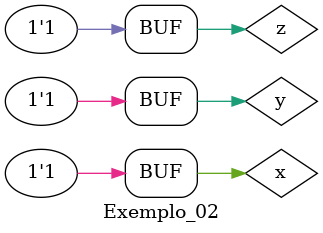
<source format=v>

module tabela ( output a, 
		output b,
		output c,
		output d,
		output e,
		input  x,
		input  y,
		input  z);

//descrever por expressao
assign a = (x|y|~z) & (x|~y|~z) & (~x|~y|~z);
assign b = (x|~y|~z) & (~x|~y|~z) & (~x|y|~z);
assign c = (x|y|~z) & (x|~y|z) & (x|~y|~z) & (~x|y|~z);
assign d = (x|y|z) & (x|~y|z) & (x|~y|~z) & (~x|~y|~z);
assign e = (x|~y|z) & (x|~y|~z) & (~x|y|~z) & (~x|~y|~z);

endmodule//tabela

module simplificado ( output a, 
		      output b,
		      output c,
		      output d,
		      output e,
		      input  x,
		      input  y,
		      input  z);

//descrever por expressao
assign a = (x|~z) & (~y|~z);
assign b = (~y|~z) & (~x|~z);
assign c = (x|~y) & (y|~z) & (x|~z); 
assign d = (x|z) & (~y|~z) & (x|~y);
assign e = (x|~y) & (~y|~z) & (~x|~z);

endmodule //simplificado

module Exemplo_02;

//--------------------- definir dados
reg x;
reg y;
reg z;

wire a;
wire b;
wire c;
wire d;
wire e;

wire a2;
wire b2;
wire c2;
wire d2;
wire e2;

tabela moduloTable(a, b, c, d, e, x, y, z);
simplificado moduloSimple(a2, b2, c2, d2, e2, x, y, z);

//------------------------- parte principal

initial 
    begin : main 
    $display("Exemplo_02 - Matheus Santos Rosa Carneiro - 613414");
    $display("Test module Mapa Veitch-Karnaugh");
    $display("X Y Z :  A  A2 B B2  C C2  D D2  E E2");

    //projetar testes do modulo
    $monitor("%b %b %b : %2b %2b %2b %2b %2b %2b %2b %2b %2b %2b", x, y, z, a, a2, b, b2, c, c2, d, d2, e, e2);
        x = 0; y = 0; z = 0;
      #1 x = 0; y = 0; z = 1;
      #1 x = 0; y = 1; z = 0;
      #1 x = 0; y = 1; z = 1;
      #1 x = 1; y = 0; z = 0;
      #1 x = 1; y = 0; z = 1;
      #1 x = 1; y = 1; z = 0;
      #1 x = 1; y = 1; z = 1;

      end
endmodule //Exemplo_02






		 

</source>
